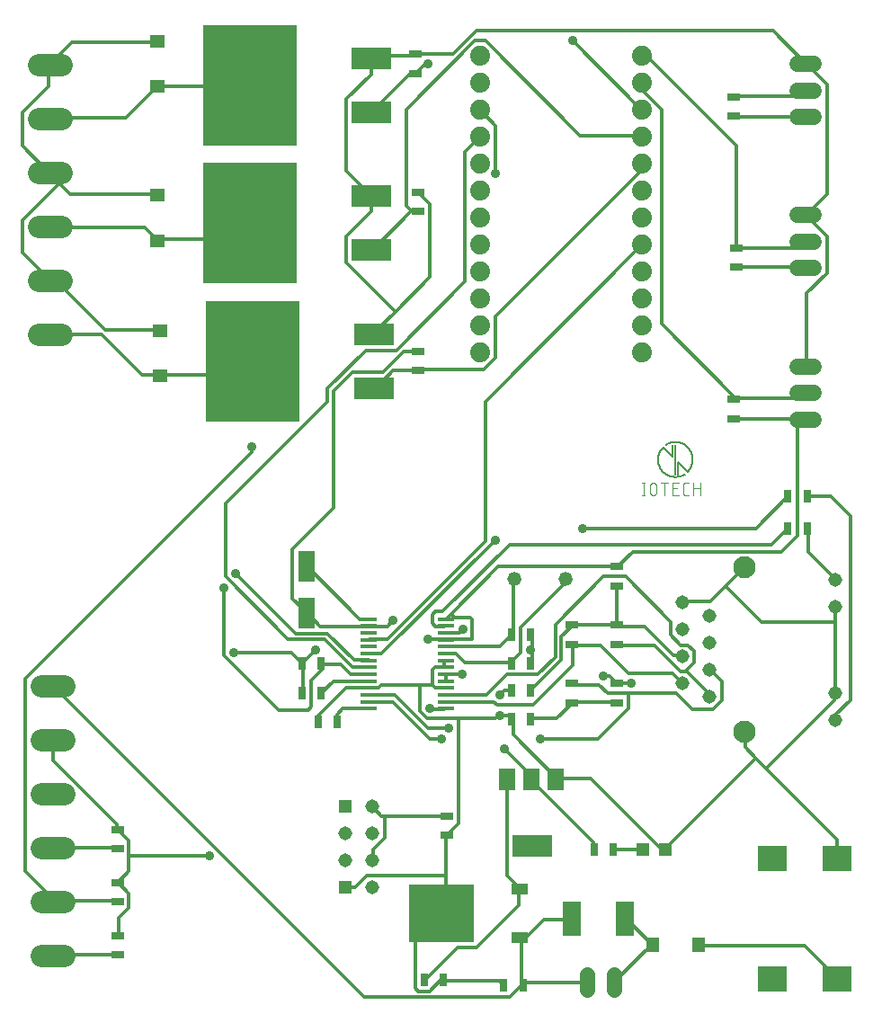
<source format=gbr>
G04 EAGLE Gerber RS-274X export*
G75*
%MOMM*%
%FSLAX34Y34*%
%LPD*%
%AMOC8*
5,1,8,0,0,1.08239X$1,22.5*%
G01*
%ADD10R,1.200000X0.800000*%
%ADD11R,1.200000X1.200000*%
%ADD12R,1.270000X1.470000*%
%ADD13R,0.800000X1.200000*%
%ADD14R,1.780000X3.200000*%
%ADD15R,1.498600X2.006600*%
%ADD16R,3.810000X2.006600*%
%ADD17R,2.800000X2.400000*%
%ADD18R,6.200000X5.400000*%
%ADD19R,1.600000X1.000000*%
%ADD20C,1.422400*%
%ADD21R,1.470000X1.270000*%
%ADD22R,3.810000X2.082800*%
%ADD23R,8.890000X11.430000*%
%ADD24C,1.524000*%
%ADD25R,1.308000X1.308000*%
%ADD26C,1.308000*%
%ADD27C,1.879600*%
%ADD28C,2.095500*%
%ADD29R,1.500000X0.400000*%
%ADD30C,1.320800*%
%ADD31R,1.600000X3.000000*%
%ADD32C,0.127000*%
%ADD33C,0.101600*%
%ADD34C,2.100000*%
%ADD35C,0.300000*%
%ADD36C,0.906400*%


D10*
X442500Y178500D03*
X442500Y196500D03*
D11*
X648000Y165000D03*
X627000Y165000D03*
D12*
X679000Y75000D03*
X636000Y75000D03*
D13*
X439000Y42500D03*
X421000Y42500D03*
X599000Y165000D03*
X581000Y165000D03*
D14*
X609900Y100000D03*
X560100Y100000D03*
D15*
X545106Y231496D03*
X522246Y231496D03*
X499386Y231496D03*
D16*
X522500Y168504D03*
D17*
X810000Y43000D03*
X810000Y157000D03*
X749000Y43000D03*
X749000Y157000D03*
D18*
X437500Y105000D03*
D19*
X510500Y82200D03*
X510500Y127800D03*
D13*
X496000Y37500D03*
X514000Y37500D03*
D20*
X600200Y32888D02*
X600200Y47112D01*
X574800Y47112D02*
X574800Y32888D01*
D10*
X412500Y914000D03*
X412500Y896000D03*
D21*
X170000Y883500D03*
X170000Y926500D03*
D22*
X371400Y859600D03*
X371400Y910400D03*
D23*
X257100Y885000D03*
D10*
X712500Y589000D03*
X712500Y571000D03*
D24*
X772380Y620000D02*
X787620Y620000D01*
X787620Y595000D02*
X772380Y595000D01*
X772380Y570000D02*
X787620Y570000D01*
D10*
X715000Y731500D03*
X715000Y713500D03*
D24*
X772380Y762500D02*
X787620Y762500D01*
X787620Y737500D02*
X772380Y737500D01*
X772380Y712500D02*
X787620Y712500D01*
D10*
X415000Y784000D03*
X415000Y766000D03*
D21*
X170000Y738500D03*
X170000Y781500D03*
D22*
X371400Y729600D03*
X371400Y780400D03*
D23*
X257100Y755000D03*
D25*
X346375Y129250D03*
X346375Y205450D03*
D26*
X346375Y154650D03*
X346375Y180050D03*
X371775Y180050D03*
X371775Y154650D03*
X371775Y129250D03*
X371775Y205450D03*
D27*
X626200Y633000D03*
X626200Y658400D03*
X626200Y683800D03*
X626200Y709200D03*
X626200Y734600D03*
X626200Y760000D03*
X626200Y785400D03*
X626200Y810800D03*
X626200Y836200D03*
X626200Y861600D03*
X626200Y887000D03*
X626200Y912400D03*
X473800Y912400D03*
X473800Y887000D03*
X473800Y861600D03*
X473800Y836200D03*
X473800Y810800D03*
X473800Y785400D03*
X473800Y760000D03*
X473800Y734600D03*
X473800Y709200D03*
X473800Y683800D03*
X473800Y658400D03*
X473800Y633000D03*
D28*
X78778Y904500D02*
X57823Y904500D01*
X57823Y853700D02*
X78778Y853700D01*
X78778Y650500D02*
X57823Y650500D01*
X57823Y802900D02*
X78778Y802900D01*
X78778Y752100D02*
X57823Y752100D01*
X57823Y701300D02*
X78778Y701300D01*
X81278Y319500D02*
X60323Y319500D01*
X60323Y268700D02*
X81278Y268700D01*
X81278Y65500D02*
X60323Y65500D01*
X60323Y217900D02*
X81278Y217900D01*
X81278Y167100D02*
X60323Y167100D01*
X60323Y116300D02*
X81278Y116300D01*
D10*
X415000Y634000D03*
X415000Y616000D03*
D21*
X172500Y611000D03*
X172500Y654000D03*
D22*
X373900Y599600D03*
X373900Y650400D03*
D23*
X259600Y625000D03*
D10*
X712500Y874000D03*
X712500Y856000D03*
D24*
X772380Y905000D02*
X787620Y905000D01*
X787620Y880000D02*
X772380Y880000D01*
X772380Y855000D02*
X787620Y855000D01*
D10*
X132500Y184000D03*
X132500Y166000D03*
X132500Y134000D03*
X132500Y116000D03*
X132500Y84000D03*
X132500Y66000D03*
D29*
X368750Y382250D03*
X368750Y375750D03*
X368750Y369250D03*
X368750Y362750D03*
X368750Y356250D03*
X368750Y349750D03*
X368750Y343250D03*
X368750Y336750D03*
X368750Y330250D03*
X368750Y323750D03*
X368750Y317250D03*
X368750Y310750D03*
X368750Y304250D03*
X368750Y297750D03*
X441250Y297750D03*
X441250Y304250D03*
X441250Y310750D03*
X441250Y317250D03*
X441250Y323750D03*
X441250Y330250D03*
X441250Y336750D03*
X441250Y343250D03*
X441250Y349750D03*
X441250Y356250D03*
X441250Y362750D03*
X441250Y369250D03*
X441250Y375750D03*
X441250Y382250D03*
D13*
X324000Y312500D03*
X306000Y312500D03*
X324000Y340000D03*
X306000Y340000D03*
X339000Y285000D03*
X321000Y285000D03*
D30*
X505870Y420000D03*
X554130Y420000D03*
D13*
X503500Y340000D03*
X521500Y340000D03*
X503500Y367500D03*
X521500Y367500D03*
D10*
X560000Y358500D03*
X560000Y376500D03*
X602500Y358500D03*
X602500Y376500D03*
X602500Y303500D03*
X602500Y321500D03*
X560000Y303500D03*
X560000Y321500D03*
D13*
X521500Y315000D03*
X503500Y315000D03*
D10*
X602500Y431500D03*
X602500Y413500D03*
D13*
X521500Y287500D03*
X503500Y287500D03*
D31*
X310000Y388000D03*
X310000Y432000D03*
D13*
X781500Y467500D03*
X763500Y467500D03*
X781500Y497500D03*
X763500Y497500D03*
D32*
X657500Y518530D02*
X657500Y546470D01*
X660040Y529960D02*
X660040Y518530D01*
X668930Y521070D02*
X660040Y529960D01*
X654960Y535040D02*
X646070Y543930D01*
X654960Y546470D02*
X654960Y535040D01*
X648610Y546471D02*
X648949Y546680D01*
X649293Y546881D01*
X649642Y547074D01*
X649995Y547258D01*
X650353Y547433D01*
X650715Y547600D01*
X651081Y547758D01*
X651451Y547907D01*
X651824Y548046D01*
X652201Y548177D01*
X652580Y548298D01*
X652963Y548411D01*
X653348Y548513D01*
X653735Y548607D01*
X654125Y548691D01*
X654516Y548765D01*
X654909Y548830D01*
X655304Y548885D01*
X655700Y548931D01*
X656097Y548967D01*
X656495Y548993D01*
X656893Y549010D01*
X657291Y549017D01*
X657690Y549014D01*
X658088Y549001D01*
X658486Y548979D01*
X658883Y548947D01*
X659280Y548906D01*
X659675Y548855D01*
X660069Y548794D01*
X660461Y548724D01*
X660851Y548644D01*
X661240Y548554D01*
X661626Y548455D01*
X662009Y548347D01*
X662390Y548230D01*
X662768Y548103D01*
X663143Y547967D01*
X663514Y547822D01*
X663882Y547668D01*
X664245Y547505D01*
X664605Y547333D01*
X664960Y547153D01*
X665311Y546964D01*
X665657Y546767D01*
X665999Y546561D01*
X666335Y546347D01*
X666665Y546124D01*
X666991Y545894D01*
X667310Y545656D01*
X667624Y545410D01*
X667932Y545157D01*
X668233Y544896D01*
X668528Y544628D01*
X668816Y544353D01*
X669098Y544071D01*
X669372Y543782D01*
X669640Y543486D01*
X669900Y543184D01*
X670153Y542876D01*
X670398Y542562D01*
X670635Y542242D01*
X670865Y541916D01*
X671086Y541585D01*
X671300Y541248D01*
X671505Y540907D01*
X671702Y540560D01*
X671890Y540209D01*
X672070Y539853D01*
X672241Y539493D01*
X672403Y539129D01*
X672556Y538761D01*
X672700Y538390D01*
X672835Y538015D01*
X672961Y537637D01*
X673078Y537256D01*
X673185Y536872D01*
X673283Y536485D01*
X673372Y536097D01*
X673451Y535706D01*
X673521Y535314D01*
X673580Y534920D01*
X673631Y534525D01*
X673672Y534128D01*
X673703Y533731D01*
X673724Y533333D01*
X673736Y532935D01*
X673738Y532536D01*
X673730Y532138D01*
X673712Y531739D01*
X673685Y531342D01*
X673648Y530945D01*
X673602Y530549D01*
X673546Y530155D01*
X673480Y529761D01*
X673405Y529370D01*
X673320Y528981D01*
X673226Y528593D01*
X673122Y528209D01*
X673009Y527826D01*
X672887Y527447D01*
X672756Y527071D01*
X672615Y526698D01*
X672465Y526329D01*
X672307Y525963D01*
X672139Y525601D01*
X671963Y525244D01*
X671778Y524891D01*
X671585Y524542D01*
X671383Y524199D01*
X671173Y523860D01*
X670955Y523527D01*
X670729Y523199D01*
X670494Y522876D01*
X670252Y522560D01*
X670003Y522249D01*
X669745Y521945D01*
X669481Y521646D01*
X669209Y521355D01*
X668930Y521070D01*
X666390Y518529D02*
X666051Y518320D01*
X665707Y518119D01*
X665358Y517926D01*
X665005Y517742D01*
X664647Y517567D01*
X664285Y517400D01*
X663919Y517242D01*
X663549Y517093D01*
X663176Y516954D01*
X662799Y516823D01*
X662420Y516702D01*
X662037Y516589D01*
X661652Y516487D01*
X661265Y516393D01*
X660875Y516309D01*
X660484Y516235D01*
X660091Y516170D01*
X659696Y516115D01*
X659300Y516069D01*
X658903Y516033D01*
X658505Y516007D01*
X658107Y515990D01*
X657709Y515983D01*
X657310Y515986D01*
X656912Y515999D01*
X656514Y516021D01*
X656117Y516053D01*
X655720Y516094D01*
X655325Y516145D01*
X654931Y516206D01*
X654539Y516276D01*
X654149Y516356D01*
X653760Y516446D01*
X653374Y516545D01*
X652991Y516653D01*
X652610Y516770D01*
X652232Y516897D01*
X651857Y517033D01*
X651486Y517178D01*
X651118Y517332D01*
X650755Y517495D01*
X650395Y517667D01*
X650040Y517847D01*
X649689Y518036D01*
X649343Y518233D01*
X649001Y518439D01*
X648665Y518653D01*
X648335Y518876D01*
X648009Y519106D01*
X647690Y519344D01*
X647376Y519590D01*
X647068Y519843D01*
X646767Y520104D01*
X646472Y520372D01*
X646184Y520647D01*
X645902Y520929D01*
X645628Y521218D01*
X645360Y521514D01*
X645100Y521816D01*
X644847Y522124D01*
X644602Y522438D01*
X644365Y522758D01*
X644135Y523084D01*
X643914Y523415D01*
X643700Y523752D01*
X643495Y524093D01*
X643298Y524440D01*
X643110Y524791D01*
X642930Y525147D01*
X642759Y525507D01*
X642597Y525871D01*
X642444Y526239D01*
X642300Y526610D01*
X642165Y526985D01*
X642039Y527363D01*
X641922Y527744D01*
X641815Y528128D01*
X641717Y528515D01*
X641628Y528903D01*
X641549Y529294D01*
X641479Y529686D01*
X641420Y530080D01*
X641369Y530475D01*
X641328Y530872D01*
X641297Y531269D01*
X641276Y531667D01*
X641264Y532065D01*
X641262Y532464D01*
X641270Y532862D01*
X641288Y533261D01*
X641315Y533658D01*
X641352Y534055D01*
X641398Y534451D01*
X641454Y534845D01*
X641520Y535239D01*
X641595Y535630D01*
X641680Y536019D01*
X641774Y536407D01*
X641878Y536791D01*
X641991Y537174D01*
X642113Y537553D01*
X642244Y537929D01*
X642385Y538302D01*
X642535Y538671D01*
X642693Y539037D01*
X642861Y539399D01*
X643037Y539756D01*
X643222Y540109D01*
X643415Y540458D01*
X643617Y540801D01*
X643827Y541140D01*
X644045Y541473D01*
X644271Y541801D01*
X644506Y542124D01*
X644748Y542440D01*
X644997Y542751D01*
X645255Y543055D01*
X645519Y543354D01*
X645791Y543645D01*
X646070Y543930D01*
D33*
X627556Y510402D02*
X627556Y498718D01*
X626258Y498718D02*
X628854Y498718D01*
X628854Y510402D02*
X626258Y510402D01*
X633455Y507156D02*
X633455Y501964D01*
X633454Y507156D02*
X633456Y507269D01*
X633462Y507382D01*
X633472Y507495D01*
X633486Y507608D01*
X633503Y507720D01*
X633525Y507831D01*
X633550Y507941D01*
X633580Y508051D01*
X633613Y508159D01*
X633650Y508266D01*
X633690Y508372D01*
X633735Y508476D01*
X633783Y508579D01*
X633834Y508680D01*
X633889Y508779D01*
X633947Y508876D01*
X634009Y508971D01*
X634074Y509064D01*
X634142Y509154D01*
X634213Y509242D01*
X634288Y509328D01*
X634365Y509411D01*
X634445Y509491D01*
X634528Y509568D01*
X634614Y509643D01*
X634702Y509714D01*
X634792Y509782D01*
X634885Y509847D01*
X634980Y509909D01*
X635077Y509967D01*
X635176Y510022D01*
X635277Y510073D01*
X635380Y510121D01*
X635484Y510166D01*
X635590Y510206D01*
X635697Y510243D01*
X635805Y510276D01*
X635915Y510306D01*
X636025Y510331D01*
X636136Y510353D01*
X636248Y510370D01*
X636361Y510384D01*
X636474Y510394D01*
X636587Y510400D01*
X636700Y510402D01*
X636813Y510400D01*
X636926Y510394D01*
X637039Y510384D01*
X637152Y510370D01*
X637264Y510353D01*
X637375Y510331D01*
X637485Y510306D01*
X637595Y510276D01*
X637703Y510243D01*
X637810Y510206D01*
X637916Y510166D01*
X638020Y510121D01*
X638123Y510073D01*
X638224Y510022D01*
X638323Y509967D01*
X638420Y509909D01*
X638515Y509847D01*
X638608Y509782D01*
X638698Y509714D01*
X638786Y509643D01*
X638872Y509568D01*
X638955Y509491D01*
X639035Y509411D01*
X639112Y509328D01*
X639187Y509242D01*
X639258Y509154D01*
X639326Y509064D01*
X639391Y508971D01*
X639453Y508876D01*
X639511Y508779D01*
X639566Y508680D01*
X639617Y508579D01*
X639665Y508476D01*
X639710Y508372D01*
X639750Y508266D01*
X639787Y508159D01*
X639820Y508051D01*
X639850Y507941D01*
X639875Y507831D01*
X639897Y507720D01*
X639914Y507608D01*
X639928Y507495D01*
X639938Y507382D01*
X639944Y507269D01*
X639946Y507156D01*
X639946Y501964D01*
X639944Y501851D01*
X639938Y501738D01*
X639928Y501625D01*
X639914Y501512D01*
X639897Y501400D01*
X639875Y501289D01*
X639850Y501179D01*
X639820Y501069D01*
X639787Y500961D01*
X639750Y500854D01*
X639710Y500748D01*
X639665Y500644D01*
X639617Y500541D01*
X639566Y500440D01*
X639511Y500341D01*
X639453Y500244D01*
X639391Y500149D01*
X639326Y500056D01*
X639258Y499966D01*
X639187Y499878D01*
X639112Y499792D01*
X639035Y499709D01*
X638955Y499629D01*
X638872Y499552D01*
X638786Y499477D01*
X638698Y499406D01*
X638608Y499338D01*
X638515Y499273D01*
X638420Y499211D01*
X638323Y499153D01*
X638224Y499098D01*
X638123Y499047D01*
X638020Y498999D01*
X637916Y498954D01*
X637810Y498914D01*
X637703Y498877D01*
X637595Y498844D01*
X637485Y498814D01*
X637375Y498789D01*
X637264Y498767D01*
X637152Y498750D01*
X637039Y498736D01*
X636926Y498726D01*
X636813Y498720D01*
X636700Y498718D01*
X636587Y498720D01*
X636474Y498726D01*
X636361Y498736D01*
X636248Y498750D01*
X636136Y498767D01*
X636025Y498789D01*
X635915Y498814D01*
X635805Y498844D01*
X635697Y498877D01*
X635590Y498914D01*
X635484Y498954D01*
X635380Y498999D01*
X635277Y499047D01*
X635176Y499098D01*
X635077Y499153D01*
X634980Y499211D01*
X634885Y499273D01*
X634792Y499338D01*
X634702Y499406D01*
X634614Y499477D01*
X634528Y499552D01*
X634445Y499629D01*
X634365Y499709D01*
X634288Y499792D01*
X634213Y499878D01*
X634142Y499966D01*
X634074Y500056D01*
X634009Y500149D01*
X633947Y500244D01*
X633889Y500341D01*
X633834Y500440D01*
X633783Y500541D01*
X633735Y500644D01*
X633690Y500748D01*
X633650Y500854D01*
X633613Y500961D01*
X633580Y501069D01*
X633550Y501179D01*
X633525Y501289D01*
X633503Y501400D01*
X633486Y501512D01*
X633472Y501625D01*
X633462Y501738D01*
X633456Y501851D01*
X633454Y501964D01*
X647368Y498718D02*
X647368Y510402D01*
X644123Y510402D02*
X650614Y510402D01*
X655194Y498718D02*
X660387Y498718D01*
X655194Y498718D02*
X655194Y510402D01*
X660387Y510402D01*
X659089Y505209D02*
X655194Y505209D01*
X667260Y498718D02*
X669856Y498718D01*
X667260Y498718D02*
X667161Y498720D01*
X667061Y498726D01*
X666962Y498735D01*
X666864Y498748D01*
X666766Y498765D01*
X666668Y498786D01*
X666572Y498811D01*
X666477Y498839D01*
X666383Y498871D01*
X666290Y498906D01*
X666198Y498945D01*
X666108Y498988D01*
X666020Y499033D01*
X665933Y499083D01*
X665849Y499135D01*
X665766Y499191D01*
X665686Y499249D01*
X665608Y499311D01*
X665533Y499376D01*
X665460Y499444D01*
X665390Y499514D01*
X665322Y499587D01*
X665257Y499662D01*
X665195Y499740D01*
X665137Y499820D01*
X665081Y499903D01*
X665029Y499987D01*
X664979Y500074D01*
X664934Y500162D01*
X664891Y500252D01*
X664852Y500344D01*
X664817Y500437D01*
X664785Y500531D01*
X664757Y500626D01*
X664732Y500722D01*
X664711Y500820D01*
X664694Y500918D01*
X664681Y501016D01*
X664672Y501115D01*
X664666Y501215D01*
X664664Y501314D01*
X664663Y501314D02*
X664663Y507806D01*
X664664Y507806D02*
X664666Y507905D01*
X664672Y508005D01*
X664681Y508104D01*
X664694Y508202D01*
X664711Y508300D01*
X664732Y508398D01*
X664757Y508494D01*
X664785Y508589D01*
X664817Y508683D01*
X664852Y508776D01*
X664891Y508868D01*
X664934Y508958D01*
X664979Y509046D01*
X665029Y509133D01*
X665081Y509217D01*
X665137Y509300D01*
X665195Y509380D01*
X665257Y509458D01*
X665322Y509533D01*
X665390Y509606D01*
X665460Y509676D01*
X665533Y509744D01*
X665608Y509809D01*
X665686Y509871D01*
X665766Y509929D01*
X665849Y509985D01*
X665933Y510037D01*
X666020Y510087D01*
X666108Y510132D01*
X666198Y510175D01*
X666290Y510214D01*
X666382Y510249D01*
X666477Y510281D01*
X666572Y510309D01*
X666668Y510334D01*
X666766Y510355D01*
X666864Y510372D01*
X666962Y510385D01*
X667061Y510394D01*
X667161Y510400D01*
X667260Y510402D01*
X669856Y510402D01*
X674603Y510402D02*
X674603Y498718D01*
X674603Y505209D02*
X681094Y505209D01*
X681094Y510402D02*
X681094Y498718D01*
D34*
X722700Y275750D03*
X722700Y430650D03*
D26*
X808400Y419450D03*
X808400Y394050D03*
X808400Y312350D03*
X808400Y286950D03*
X664300Y397600D03*
X664300Y372200D03*
X664300Y346800D03*
X664300Y321400D03*
X689700Y385000D03*
X689700Y359600D03*
X689700Y334200D03*
X689700Y308800D03*
D35*
X169125Y925375D02*
X89375Y925375D01*
X68750Y904750D01*
X169125Y925375D02*
X170000Y926500D01*
X68750Y904750D02*
X68300Y904500D01*
X88000Y782375D02*
X169125Y782375D01*
X77688Y792688D02*
X68750Y801625D01*
X77688Y792688D02*
X88000Y782375D01*
X169125Y782375D02*
X170000Y781500D01*
X68750Y801625D02*
X68300Y802900D01*
X512875Y79750D02*
X512875Y38500D01*
X512875Y79750D02*
X511500Y81125D01*
X512875Y38500D02*
X514000Y37500D01*
X511500Y81125D02*
X510500Y82200D01*
X514250Y39875D02*
X574750Y39875D01*
X574800Y40000D01*
X514250Y39875D02*
X514000Y37500D01*
X533500Y99000D02*
X559625Y99000D01*
X533500Y99000D02*
X514250Y79750D01*
X559625Y99000D02*
X560100Y100000D01*
X514250Y79750D02*
X510500Y82200D01*
X171875Y654500D02*
X121000Y654500D01*
X74250Y701250D01*
X68750Y701250D01*
X171875Y654500D02*
X172500Y654000D01*
X68750Y701250D02*
X68300Y701300D01*
X512875Y37125D02*
X501875Y26125D01*
X364375Y26125D01*
X71500Y319000D01*
X512875Y37125D02*
X514000Y37500D01*
X71500Y319000D02*
X70800Y319500D01*
X42625Y757625D02*
X77000Y792000D01*
X42625Y757625D02*
X42625Y727375D01*
X67375Y702625D01*
X77000Y792000D02*
X77688Y792688D01*
X67375Y702625D02*
X68300Y701300D01*
X67375Y884125D02*
X67375Y903375D01*
X67375Y884125D02*
X42625Y859375D01*
X42625Y827750D01*
X67375Y803000D01*
X67375Y903375D02*
X68300Y904500D01*
X67375Y803000D02*
X68300Y802900D01*
X374000Y913000D02*
X412500Y913000D01*
X374000Y913000D02*
X372625Y911625D01*
X412500Y913000D02*
X412500Y914000D01*
X372625Y911625D02*
X371400Y910400D01*
X415250Y783750D02*
X426250Y772750D01*
X426250Y704000D01*
X393938Y671688D02*
X374000Y651750D01*
X393938Y671688D02*
X426250Y704000D01*
X415250Y783750D02*
X415000Y784000D01*
X374000Y651750D02*
X373900Y650400D01*
X371250Y765875D02*
X371250Y779625D01*
X371250Y765875D02*
X347875Y742500D01*
X347875Y717750D01*
X393250Y672375D01*
X371250Y779625D02*
X371400Y780400D01*
X393250Y672375D02*
X393938Y671688D01*
X371250Y895125D02*
X371250Y910250D01*
X371250Y895125D02*
X347875Y871750D01*
X347875Y804375D01*
X371250Y781000D01*
X371250Y910250D02*
X371400Y910400D01*
X371250Y781000D02*
X371400Y780400D01*
X781000Y688875D02*
X781000Y620125D01*
X781000Y688875D02*
X800250Y708125D01*
X800250Y742500D01*
X781000Y761750D01*
X781000Y620125D02*
X780000Y620000D01*
X781000Y761750D02*
X780000Y762500D01*
X800250Y885500D02*
X781000Y904750D01*
X800250Y885500D02*
X800250Y782375D01*
X781000Y763125D01*
X781000Y904750D02*
X780000Y905000D01*
X781000Y763125D02*
X780000Y762500D01*
X448250Y914375D02*
X413875Y914375D01*
X448250Y914375D02*
X470250Y936375D01*
X749375Y936375D01*
X779625Y906125D01*
X413875Y914375D02*
X412500Y914000D01*
X779625Y906125D02*
X780000Y905000D01*
X133375Y100375D02*
X133375Y85250D01*
X133375Y100375D02*
X143000Y110000D01*
X143000Y123750D01*
X133375Y133375D01*
X133375Y85250D02*
X132500Y84000D01*
X133375Y133375D02*
X132500Y134000D01*
X143000Y173250D02*
X133375Y182875D01*
X143000Y159500D02*
X143000Y144375D01*
X143000Y159500D02*
X143000Y173250D01*
X143000Y144375D02*
X133375Y134750D01*
X133375Y182875D02*
X132500Y184000D01*
X133375Y134750D02*
X132500Y134000D01*
X71500Y248875D02*
X71500Y268125D01*
X71500Y248875D02*
X132000Y188375D01*
X132000Y184250D01*
X71500Y268125D02*
X70800Y268700D01*
X132000Y184250D02*
X132500Y184000D01*
X440000Y41250D02*
X492250Y41250D01*
X495000Y38500D01*
X440000Y41250D02*
X439000Y42500D01*
X495000Y38500D02*
X496000Y37500D01*
X441375Y108625D02*
X441375Y140250D01*
X441375Y177375D01*
X441375Y108625D02*
X438625Y105875D01*
X441375Y177375D02*
X442500Y178500D01*
X438625Y105875D02*
X437500Y105000D01*
X356125Y129250D02*
X346500Y129250D01*
X356125Y129250D02*
X367125Y140250D01*
X440000Y140250D01*
X346500Y129250D02*
X346375Y129250D01*
X440000Y140250D02*
X441375Y140250D01*
X438625Y41250D02*
X435875Y41250D01*
X426250Y31625D01*
X415250Y31625D01*
X412500Y34375D01*
X412500Y79750D01*
X437250Y104500D01*
X439000Y42500D02*
X438625Y41250D01*
X437250Y104500D02*
X437500Y105000D01*
X218625Y159500D02*
X144375Y159500D01*
X143000Y159500D01*
X665500Y398750D02*
X690250Y398750D01*
X704688Y413188D02*
X721875Y430375D01*
X704688Y413188D02*
X690250Y398750D01*
X665500Y398750D02*
X664300Y397600D01*
X721875Y430375D02*
X722700Y430650D01*
X808500Y393250D02*
X808500Y379500D01*
X808500Y313500D01*
X808400Y312350D01*
X808500Y393250D02*
X808400Y394050D01*
X809875Y174625D02*
X809875Y158125D01*
X733563Y250938D02*
X723250Y261250D01*
X733563Y250938D02*
X743188Y241313D01*
X809875Y174625D01*
X723250Y261250D02*
X723250Y275000D01*
X809875Y158125D02*
X810000Y157000D01*
X723250Y275000D02*
X722700Y275750D01*
X807125Y305250D02*
X807125Y312125D01*
X807125Y305250D02*
X743875Y242000D01*
X807125Y312125D02*
X808400Y312350D01*
X743875Y242000D02*
X743188Y241313D01*
X738375Y379500D02*
X705375Y412500D01*
X738375Y379500D02*
X807125Y379500D01*
X705375Y412500D02*
X704688Y413188D01*
X807125Y379500D02*
X808500Y379500D01*
X413875Y633875D02*
X401500Y633875D01*
X382250Y614625D01*
X353375Y614625D01*
X335500Y596750D01*
X335500Y486750D01*
X297000Y448250D01*
X297000Y401500D01*
X309375Y389125D01*
X413875Y633875D02*
X415000Y634000D01*
X309375Y389125D02*
X310000Y388000D01*
X323125Y375375D02*
X368500Y375375D01*
X323125Y375375D02*
X310750Y387750D01*
X368500Y375375D02*
X368750Y375750D01*
X310750Y387750D02*
X310000Y388000D01*
X431750Y317625D02*
X440000Y317625D01*
X431750Y317625D02*
X429000Y320375D01*
X429000Y334125D01*
X431750Y336875D01*
X440000Y336875D01*
X440000Y317625D02*
X441250Y317250D01*
X441250Y336750D02*
X440000Y336875D01*
X440000Y338250D02*
X440000Y342375D01*
X441250Y343250D01*
X440000Y338250D02*
X441250Y336750D01*
X347750Y317625D02*
X321000Y290875D01*
X347750Y317625D02*
X368500Y317625D01*
X321000Y290875D02*
X321000Y285000D01*
X368750Y317250D02*
X368500Y317625D01*
X380875Y320375D02*
X416625Y320375D01*
X427625Y320375D01*
X380875Y320375D02*
X378125Y317625D01*
X369875Y317625D01*
X427625Y320375D02*
X429000Y320375D01*
X369875Y317625D02*
X368750Y317250D01*
X522500Y353375D02*
X522500Y367125D01*
X522500Y353375D02*
X522500Y341000D01*
X521500Y340000D01*
X522500Y367125D02*
X521500Y367500D01*
X504625Y287375D02*
X504625Y273625D01*
X545875Y232375D01*
X504625Y287375D02*
X503500Y287500D01*
X545875Y232375D02*
X545106Y231496D01*
X503250Y314875D02*
X496375Y314875D01*
X492250Y310750D01*
X492250Y291500D02*
X500500Y291500D01*
X503250Y288750D01*
X503250Y314875D02*
X503500Y315000D01*
X503250Y288750D02*
X503500Y287500D01*
X644875Y165000D02*
X647625Y165000D01*
X644875Y165000D02*
X577500Y232375D01*
X547250Y232375D01*
X647625Y165000D02*
X648000Y165000D01*
X547250Y232375D02*
X545106Y231496D01*
X522500Y353375D02*
X521125Y353375D01*
X416625Y319000D02*
X416625Y295625D01*
X423500Y288750D01*
X453750Y288750D02*
X488125Y288750D01*
X453750Y288750D02*
X423500Y288750D01*
X488125Y288750D02*
X490875Y291500D01*
X416625Y319000D02*
X416625Y320375D01*
X490875Y291500D02*
X492250Y291500D01*
X386375Y375375D02*
X369875Y375375D01*
X386375Y375375D02*
X391875Y380875D01*
X369875Y375375D02*
X368750Y375750D01*
X647625Y165000D02*
X732875Y250250D01*
X733563Y250938D01*
X648000Y165000D02*
X647625Y165000D01*
X453750Y189750D02*
X442750Y178750D01*
X453750Y189750D02*
X453750Y287375D01*
X442750Y178750D02*
X442500Y178500D01*
X453750Y287375D02*
X453750Y288750D01*
D36*
X218625Y159500D03*
X492250Y310750D03*
X492250Y291500D03*
X521125Y353375D03*
X391875Y380875D03*
D35*
X599500Y165000D02*
X627000Y165000D01*
X599500Y165000D02*
X599000Y165000D01*
X679250Y74250D02*
X779625Y74250D01*
X809875Y44000D01*
X679250Y74250D02*
X679000Y75000D01*
X809875Y44000D02*
X810000Y43000D01*
X452375Y72875D02*
X422125Y42625D01*
X452375Y72875D02*
X470250Y72875D01*
X510125Y112750D01*
X510125Y126500D01*
X422125Y42625D02*
X421000Y42500D01*
X510125Y126500D02*
X510500Y127800D01*
X499125Y140250D02*
X499125Y231000D01*
X499125Y140250D02*
X510125Y129250D01*
X499125Y231000D02*
X499386Y231496D01*
X510125Y129250D02*
X510500Y127800D01*
X610500Y100375D02*
X635250Y75625D01*
X636000Y75000D01*
X610500Y100375D02*
X609900Y100000D01*
X635250Y75625D02*
X600875Y41250D01*
X600200Y40000D01*
X635250Y75625D02*
X636000Y75000D01*
X255750Y884125D02*
X170500Y884125D01*
X170000Y883500D01*
X255750Y884125D02*
X257100Y885000D01*
X140250Y853875D02*
X68750Y853875D01*
X140250Y853875D02*
X169125Y882750D01*
X68750Y853875D02*
X68300Y853700D01*
X169125Y882750D02*
X170000Y883500D01*
X354750Y343750D02*
X368500Y343750D01*
X354750Y343750D02*
X330000Y368500D01*
X299750Y368500D01*
X243375Y424875D01*
X368500Y343750D02*
X368750Y343250D01*
D36*
X243375Y424875D03*
D35*
X132000Y166375D02*
X71500Y166375D01*
X132000Y166375D02*
X132500Y166000D01*
X71500Y166375D02*
X70800Y167100D01*
X170500Y739750D02*
X240625Y739750D01*
X255750Y754875D01*
X170500Y739750D02*
X170000Y738500D01*
X255750Y754875D02*
X257100Y755000D01*
X158125Y750750D02*
X68750Y750750D01*
X158125Y750750D02*
X169125Y739750D01*
X68750Y750750D02*
X68300Y752100D01*
X169125Y739750D02*
X170000Y738500D01*
X369875Y363000D02*
X386375Y363000D01*
X478500Y455125D01*
X478500Y587125D01*
X625625Y734250D01*
X369875Y363000D02*
X368750Y362750D01*
X625625Y734250D02*
X626200Y734600D01*
X413875Y616000D02*
X391875Y616000D01*
X376750Y600875D01*
X374000Y600875D01*
X413875Y616000D02*
X415000Y616000D01*
X374000Y600875D02*
X373900Y599600D01*
X625625Y804375D02*
X625625Y809875D01*
X625625Y804375D02*
X488125Y666875D01*
X488125Y628375D01*
X477125Y617375D01*
X415250Y617375D01*
X625625Y809875D02*
X626200Y810800D01*
X415250Y617375D02*
X415000Y616000D01*
X413875Y765875D02*
X408375Y765875D01*
X372625Y730125D01*
X413875Y765875D02*
X415000Y766000D01*
X372625Y730125D02*
X371400Y729600D01*
X567875Y837375D02*
X625625Y837375D01*
X567875Y837375D02*
X478500Y926750D01*
X468875Y926750D01*
X404250Y862125D01*
X404250Y771375D01*
X408375Y767250D01*
X625625Y837375D02*
X626200Y836200D01*
X408375Y767250D02*
X408375Y765875D01*
X713625Y874500D02*
X774125Y874500D01*
X779625Y880000D01*
X713625Y874500D02*
X712500Y874000D01*
X779625Y880000D02*
X780000Y880000D01*
X368500Y336875D02*
X353375Y336875D01*
X327250Y363000D01*
X292875Y363000D01*
X233750Y422125D01*
X233750Y490875D01*
X330000Y587125D01*
X330000Y599500D01*
X365750Y635250D01*
X394625Y635250D01*
X459250Y699875D01*
X459250Y822250D01*
X473000Y836000D01*
X368500Y336875D02*
X368750Y336750D01*
X473000Y836000D02*
X473800Y836200D01*
X380875Y349250D02*
X369875Y349250D01*
X380875Y349250D02*
X488125Y456500D01*
X488125Y801625D02*
X488125Y847000D01*
X474375Y860750D01*
X368750Y349750D02*
X369875Y349250D01*
X474375Y860750D02*
X473800Y861600D01*
D36*
X488125Y456500D03*
X488125Y801625D03*
D35*
X342375Y339625D02*
X324500Y339625D01*
X342375Y339625D02*
X352000Y330000D01*
X368500Y330000D01*
X324500Y339625D02*
X324000Y340000D01*
X368500Y330000D02*
X368750Y330250D01*
X324500Y334125D02*
X324500Y338250D01*
X324500Y334125D02*
X314875Y324500D01*
X314875Y299375D01*
X312125Y296625D01*
X283625Y296625D01*
X232375Y347875D01*
X232375Y411125D01*
X324000Y340000D02*
X324500Y338250D01*
D36*
X232375Y411125D03*
D35*
X407000Y895125D02*
X412500Y895125D01*
X407000Y895125D02*
X372625Y860750D01*
X412500Y895125D02*
X412500Y896000D01*
X372625Y860750D02*
X371400Y859600D01*
X561000Y926750D02*
X625625Y862125D01*
X424875Y904750D02*
X422125Y904750D01*
X413875Y896500D01*
X625625Y862125D02*
X626200Y861600D01*
X413875Y896500D02*
X412500Y896000D01*
D36*
X561000Y926750D03*
X424875Y904750D03*
D35*
X713625Y589875D02*
X775500Y589875D01*
X779625Y594000D01*
X713625Y589875D02*
X712500Y589000D01*
X779625Y594000D02*
X780000Y595000D01*
X627000Y880000D02*
X627000Y886875D01*
X627000Y880000D02*
X644875Y862125D01*
X644875Y660000D01*
X713625Y591250D01*
X627000Y886875D02*
X626200Y887000D01*
X713625Y591250D02*
X712500Y589000D01*
X715000Y731500D02*
X774125Y731500D01*
X779625Y737000D01*
X780000Y737500D01*
X631125Y911625D02*
X627000Y911625D01*
X631125Y911625D02*
X715000Y827750D01*
X715000Y732875D01*
X627000Y911625D02*
X626200Y912400D01*
X715000Y732875D02*
X715000Y731500D01*
X132000Y66000D02*
X71500Y66000D01*
X132000Y66000D02*
X132500Y66000D01*
X71500Y66000D02*
X70800Y65500D01*
X71500Y116875D02*
X132000Y116875D01*
X132500Y116000D01*
X71500Y116875D02*
X70800Y116300D01*
X258500Y539000D02*
X258500Y544500D01*
X258500Y539000D02*
X45375Y325875D01*
X45375Y144375D01*
X71500Y118250D01*
X70800Y116300D01*
D36*
X258500Y544500D03*
D35*
X246125Y611875D02*
X173250Y611875D01*
X246125Y611875D02*
X258500Y624250D01*
X173250Y611875D02*
X172500Y611000D01*
X258500Y624250D02*
X259600Y625000D01*
X116875Y650375D02*
X68750Y650375D01*
X116875Y650375D02*
X155375Y611875D01*
X171875Y611875D01*
X68750Y650375D02*
X68300Y650500D01*
X171875Y611875D02*
X172500Y611000D01*
X713625Y570625D02*
X779625Y570625D01*
X713625Y570625D02*
X712500Y571000D01*
X779625Y570625D02*
X780000Y570000D01*
X779625Y713625D02*
X715000Y713625D01*
X715000Y713500D01*
X779625Y713625D02*
X780000Y712500D01*
X779625Y855250D02*
X713625Y855250D01*
X712500Y856000D01*
X779625Y855250D02*
X780000Y855000D01*
X602250Y431750D02*
X490875Y431750D01*
X446188Y387063D02*
X441375Y382250D01*
X446188Y387063D02*
X490875Y431750D01*
X602250Y431750D02*
X602500Y431500D01*
X441375Y382250D02*
X441250Y382250D01*
X441375Y363000D02*
X466250Y363000D01*
X466250Y382000D01*
X464375Y383875D01*
X441375Y363000D02*
X441250Y362750D01*
X449375Y383875D02*
X446188Y387063D01*
X580250Y171875D02*
X580250Y165000D01*
X580250Y171875D02*
X521125Y231000D01*
X580250Y165000D02*
X581000Y165000D01*
X522246Y231496D02*
X521125Y231000D01*
X306625Y312500D02*
X306625Y339625D01*
X306625Y312500D02*
X306000Y312500D01*
X306625Y339625D02*
X306000Y340000D01*
X441375Y330000D02*
X441375Y324500D01*
X441250Y323750D01*
X441375Y330000D02*
X441250Y330250D01*
X383625Y196625D02*
X380875Y196625D01*
X383625Y196625D02*
X441375Y196625D01*
X380875Y196625D02*
X372625Y204875D01*
X441375Y196625D02*
X442500Y196500D01*
X372625Y204875D02*
X371775Y205450D01*
X427625Y297000D02*
X440000Y297000D01*
X427625Y297000D02*
X426250Y298375D01*
X440000Y297000D02*
X441250Y297750D01*
X442750Y330000D02*
X456500Y330000D01*
X442750Y330000D02*
X441250Y330250D01*
X319000Y353375D02*
X306625Y341000D01*
X306000Y340000D01*
X372625Y165000D02*
X372625Y155375D01*
X372625Y165000D02*
X383625Y176000D01*
X383625Y195250D01*
X372625Y155375D02*
X371775Y154650D01*
X383625Y195250D02*
X383625Y196625D01*
X295625Y350625D02*
X242000Y350625D01*
X295625Y350625D02*
X305250Y341000D01*
X306000Y340000D01*
X521125Y235125D02*
X521125Y232375D01*
X521125Y235125D02*
X496375Y259875D01*
X521125Y232375D02*
X522246Y231496D01*
X440000Y363000D02*
X424875Y363000D01*
X440000Y363000D02*
X441250Y362750D01*
X772750Y460625D02*
X772750Y562750D01*
X772750Y460625D02*
X757625Y445500D01*
X617375Y445500D01*
X603625Y431750D01*
X602500Y431500D01*
D36*
X426250Y298375D03*
X456500Y330000D03*
X319000Y353375D03*
X242000Y350625D03*
X496375Y259875D03*
X424875Y363000D03*
D35*
X449375Y383875D02*
X464375Y383875D01*
X772750Y562750D02*
X780000Y570000D01*
X782375Y467500D02*
X782375Y445500D01*
X807125Y420750D01*
X782375Y467500D02*
X781500Y467500D01*
X807125Y420750D02*
X808400Y419450D01*
X822125Y478875D02*
X822125Y305675D01*
X808400Y291950D01*
X808400Y286950D01*
X822125Y478875D02*
X803500Y497500D01*
X781500Y497500D01*
X368500Y382250D02*
X360250Y382250D01*
X310750Y431750D01*
X368500Y382250D02*
X368750Y382250D01*
X310750Y431750D02*
X310000Y432000D01*
X335250Y323750D02*
X368750Y323750D01*
X335250Y323750D02*
X324000Y312500D01*
X339000Y292500D02*
X344250Y297750D01*
X368750Y297750D01*
X339000Y292500D02*
X339000Y285000D01*
X504625Y368500D02*
X504625Y419375D01*
X504625Y368500D02*
X503500Y367500D01*
X504625Y419375D02*
X505870Y420000D01*
X492250Y356125D02*
X441375Y356125D01*
X492250Y356125D02*
X503250Y367125D01*
X441375Y356125D02*
X441250Y356250D01*
X503250Y367125D02*
X503500Y367500D01*
X503250Y341000D02*
X459250Y341000D01*
X451000Y349250D01*
X441375Y349250D01*
X503250Y341000D02*
X503500Y340000D01*
X441375Y349250D02*
X441250Y349750D01*
X554125Y416625D02*
X554125Y419375D01*
X554125Y416625D02*
X511500Y374000D01*
X511500Y350625D01*
X503250Y342375D01*
X554125Y419375D02*
X554130Y420000D01*
X503250Y342375D02*
X503500Y340000D01*
X602250Y376750D02*
X602250Y412500D01*
X602250Y376750D02*
X602500Y376500D01*
X602250Y412500D02*
X602500Y413500D01*
X550000Y343750D02*
X522500Y316250D01*
X550000Y343750D02*
X550000Y365750D01*
X559625Y375375D01*
X522500Y316250D02*
X521500Y315000D01*
X559625Y375375D02*
X560000Y376500D01*
X561000Y376750D02*
X600875Y376750D01*
X602500Y376500D01*
X561000Y376750D02*
X560000Y376500D01*
X655875Y347875D02*
X664125Y347875D01*
X655875Y347875D02*
X628375Y375375D01*
X603625Y375375D01*
X664125Y347875D02*
X664300Y346800D01*
X603625Y375375D02*
X602500Y376500D01*
X545875Y288750D02*
X522500Y288750D01*
X545875Y288750D02*
X559625Y302500D01*
X522500Y288750D02*
X521500Y287500D01*
X559625Y302500D02*
X560000Y303500D01*
X561000Y303875D02*
X602250Y303875D01*
X602500Y303500D01*
X561000Y303875D02*
X560000Y303500D01*
X603625Y357500D02*
X638000Y357500D01*
X662750Y332750D01*
X668250Y332750D01*
X688875Y312125D01*
X688875Y309375D01*
X603625Y357500D02*
X602500Y358500D01*
X688875Y309375D02*
X689700Y308800D01*
X479875Y310750D02*
X441375Y310750D01*
X479875Y310750D02*
X499125Y330000D01*
X528000Y330000D01*
X544500Y346500D01*
X544500Y376750D01*
X589875Y422125D01*
X610500Y422125D01*
X653125Y379500D01*
X653125Y367125D01*
X662750Y357500D01*
X669625Y357500D01*
X675125Y352000D01*
X675125Y341000D01*
X668250Y334125D01*
X441375Y310750D02*
X441250Y310750D01*
X668250Y332750D02*
X668250Y334125D01*
X587125Y357500D02*
X561000Y357500D01*
X587125Y357500D02*
X613250Y331375D01*
X654500Y331375D01*
X664125Y321750D01*
X561000Y357500D02*
X560000Y358500D01*
X664125Y321750D02*
X664300Y321400D01*
X486750Y303875D02*
X441375Y303875D01*
X486750Y303875D02*
X489500Y301125D01*
X523875Y301125D01*
X561000Y338250D01*
X561000Y356125D01*
X441250Y304250D02*
X441375Y303875D01*
X561000Y356125D02*
X560000Y358500D01*
X603625Y321750D02*
X616000Y321750D01*
X603625Y321750D02*
X602500Y321500D01*
X393250Y310750D02*
X369875Y310750D01*
X393250Y310750D02*
X424875Y279125D01*
X444125Y279125D01*
X589875Y328625D02*
X595375Y328625D01*
X602250Y321750D01*
X369875Y310750D02*
X368750Y310750D01*
X602250Y321750D02*
X602500Y321500D01*
D36*
X616000Y321750D03*
X444125Y279125D03*
X589875Y328625D03*
D35*
X585750Y320375D02*
X561000Y320375D01*
X585750Y320375D02*
X594000Y312125D01*
X613250Y312125D02*
X658625Y312125D01*
X613250Y312125D02*
X594000Y312125D01*
X658625Y312125D02*
X673750Y297000D01*
X693000Y297000D01*
X701250Y305250D01*
X701250Y323125D01*
X690250Y334125D01*
X561000Y320375D02*
X560000Y321500D01*
X689700Y334200D02*
X690250Y334125D01*
X391875Y303875D02*
X369875Y303875D01*
X391875Y303875D02*
X426250Y269500D01*
X437250Y269500D01*
X530750Y269500D02*
X584375Y269500D01*
X613250Y298375D01*
X613250Y310750D01*
X369875Y303875D02*
X368750Y304250D01*
X613250Y310750D02*
X613250Y312125D01*
D36*
X437250Y269500D03*
X530750Y269500D03*
D35*
X501500Y452500D02*
X748125Y452500D01*
X501500Y452500D02*
X438125Y389125D01*
X431750Y389125D01*
X429000Y386375D01*
X429000Y378125D01*
X431750Y375375D01*
X440000Y375375D01*
X763125Y467500D02*
X763500Y467500D01*
X441250Y375750D02*
X440000Y375375D01*
X748125Y452500D02*
X763125Y467500D01*
X454250Y369250D02*
X441250Y369250D01*
X454250Y369250D02*
X457500Y372500D01*
D36*
X457500Y372500D03*
X570000Y467500D03*
D35*
X733500Y467500D01*
X763500Y497500D01*
M02*

</source>
